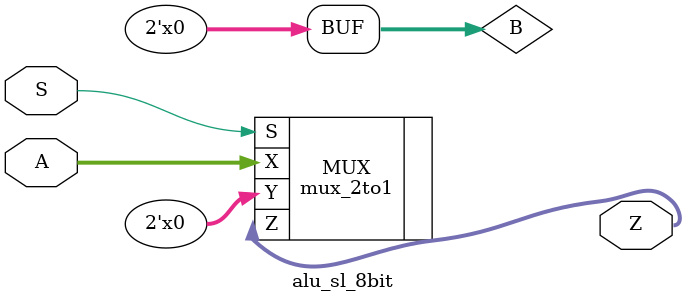
<source format=v>
`timescale 1ns / 1ps
`default_nettype none
module alu_sl_8bit(A, S, Z);

    parameter N = 2;

	//port definitions

	input wire [(N-1):0] A;
	input wire S;
    output wire [(N-1):0] Z;
    wire [(N-1):0] B;

    assign B[N-9:0] = 8'b0;
    assign B[N-1:N-8] = A[N-1:8];
    
	mux_2to1 #(.N(N)) MUX (.X(A), .Y(B), .S(S), .Z(Z));
endmodule
`default_nettype wire


</source>
